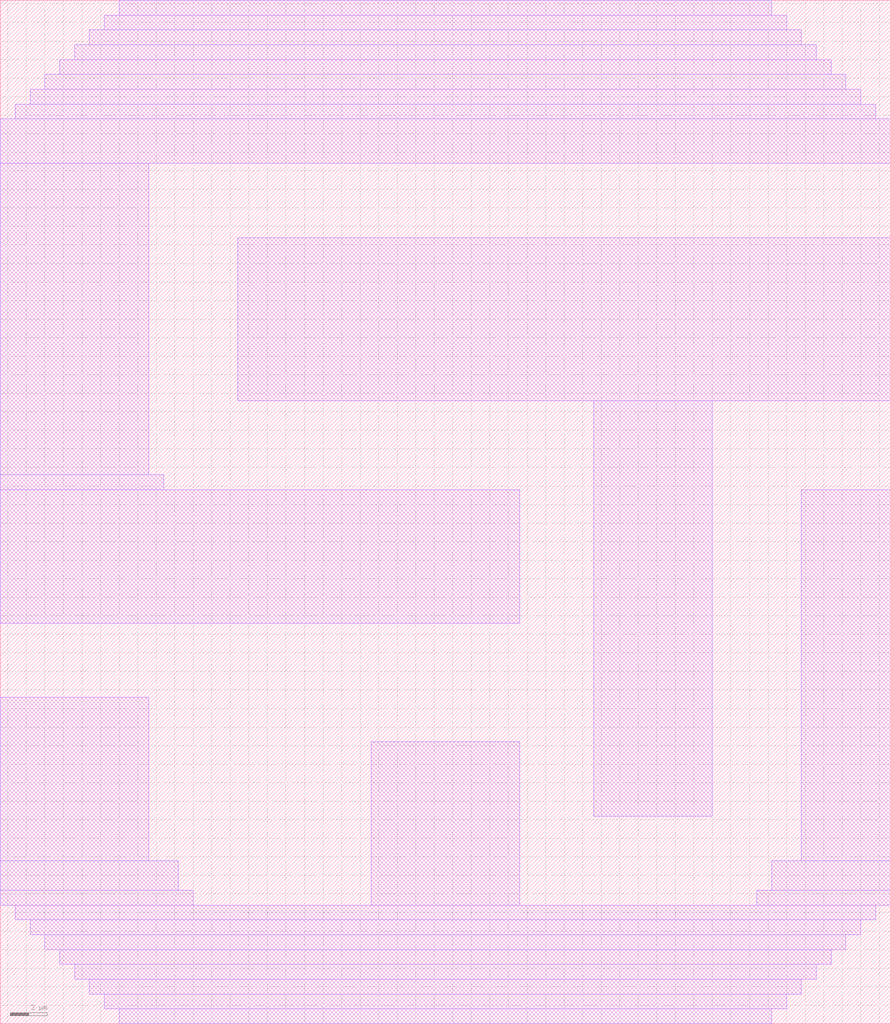
<source format=lef>
VERSION 5.7 ;
  NOWIREEXTENSIONATPIN ON ;
  DIVIDERCHAR "/" ;
  BUSBITCHARS "[]" ;
MACRO logo_from_pixels
  CLASS BLOCK ;
  FOREIGN logo_from_pixels ;
  ORIGIN -1.600 0.000 ;
  SIZE 48.000 BY 55.200 ;
  OBS
      LAYER met5 ;
        RECT 8.000 54.400 43.200 55.200 ;
        RECT 7.200 53.600 44.000 54.400 ;
        RECT 6.400 52.800 44.800 53.600 ;
        RECT 5.600 52.000 45.600 52.800 ;
        RECT 4.800 51.200 46.400 52.000 ;
        RECT 4.000 50.400 47.200 51.200 ;
        RECT 3.200 49.600 48.000 50.400 ;
        RECT 2.400 48.800 48.800 49.600 ;
        RECT 1.600 46.400 49.600 48.800 ;
        RECT 1.600 29.600 9.600 46.400 ;
        RECT 14.400 33.600 49.600 42.400 ;
        RECT 1.600 28.800 10.400 29.600 ;
        RECT 1.600 21.600 29.600 28.800 ;
        RECT 1.600 8.800 9.600 17.600 ;
        RECT 1.600 7.200 11.200 8.800 ;
        RECT 1.600 6.400 12.000 7.200 ;
        RECT 21.600 6.400 29.600 15.200 ;
        RECT 33.600 11.200 40.000 33.600 ;
        RECT 44.800 8.800 49.600 28.800 ;
        RECT 43.200 7.200 49.600 8.800 ;
        RECT 42.400 6.400 49.600 7.200 ;
        RECT 2.400 5.600 48.800 6.400 ;
        RECT 3.200 4.800 48.000 5.600 ;
        RECT 4.000 4.000 47.200 4.800 ;
        RECT 4.800 3.200 46.400 4.000 ;
        RECT 5.600 2.400 45.600 3.200 ;
        RECT 6.400 1.600 44.800 2.400 ;
        RECT 7.200 0.800 44.000 1.600 ;
        RECT 8.000 0.000 43.200 0.800 ;
  END
END logo_from_pixels
END LIBRARY


</source>
